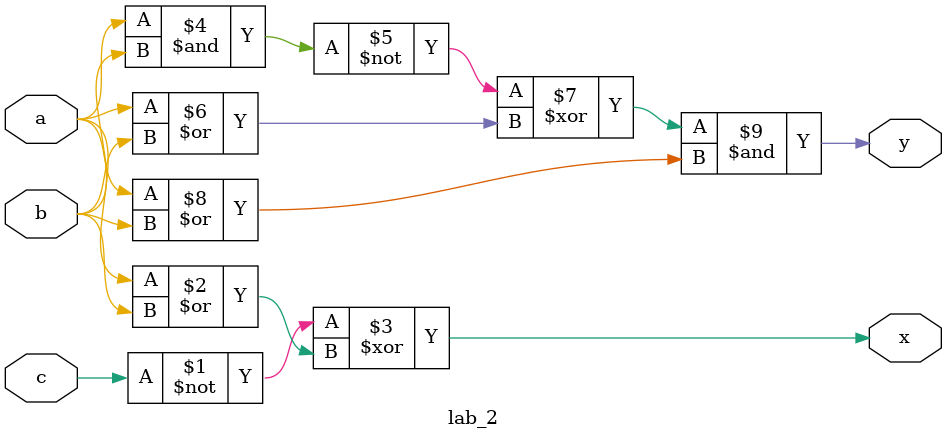
<source format=sv>

module lab_2(
    input logic a,
    input logic b,
    input logic c,
    output logic y,
    output logic x
);
   assign x = (~c) ^ ( a|b);
   assign y = ((~(a&b)) ^ (a|b)) & ( a|b);
endmodule

</source>
